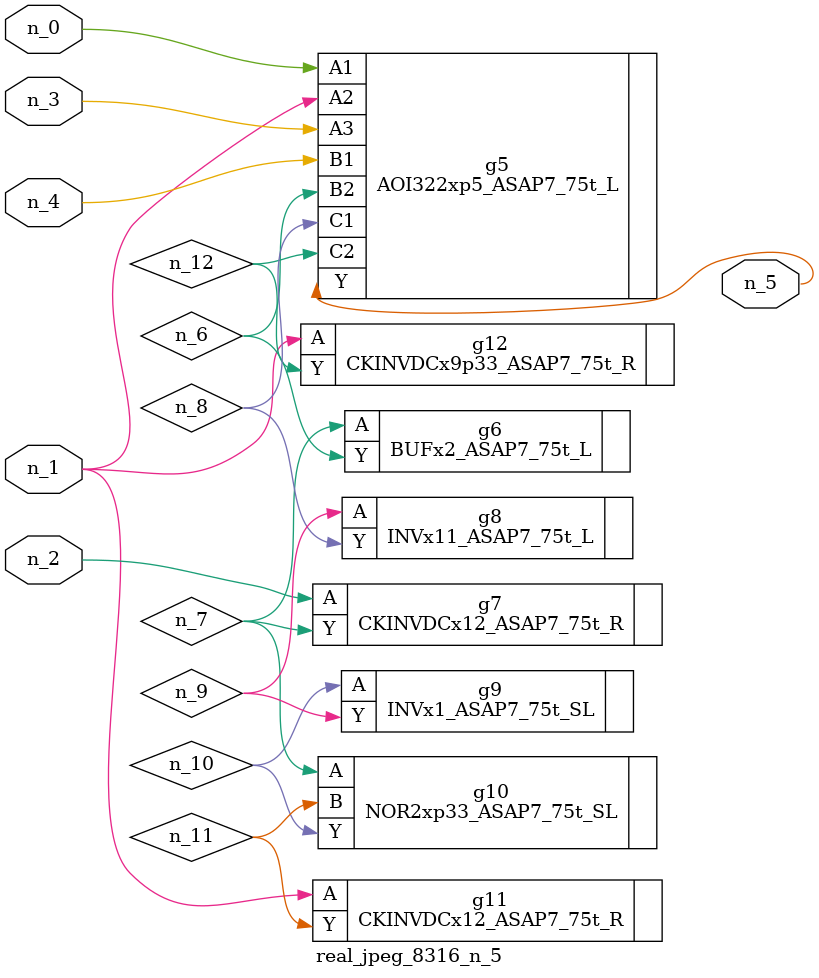
<source format=v>
module real_jpeg_8316_n_5 (n_4, n_0, n_1, n_2, n_3, n_5);

input n_4;
input n_0;
input n_1;
input n_2;
input n_3;

output n_5;

wire n_12;
wire n_8;
wire n_11;
wire n_6;
wire n_7;
wire n_10;
wire n_9;

AOI322xp5_ASAP7_75t_L g5 ( 
.A1(n_0),
.A2(n_1),
.A3(n_3),
.B1(n_4),
.B2(n_6),
.C1(n_8),
.C2(n_12),
.Y(n_5)
);

CKINVDCx12_ASAP7_75t_R g11 ( 
.A(n_1),
.Y(n_11)
);

CKINVDCx9p33_ASAP7_75t_R g12 ( 
.A(n_1),
.Y(n_12)
);

CKINVDCx12_ASAP7_75t_R g7 ( 
.A(n_2),
.Y(n_7)
);

BUFx2_ASAP7_75t_L g6 ( 
.A(n_7),
.Y(n_6)
);

NOR2xp33_ASAP7_75t_SL g10 ( 
.A(n_7),
.B(n_11),
.Y(n_10)
);

INVx11_ASAP7_75t_L g8 ( 
.A(n_9),
.Y(n_8)
);

INVx1_ASAP7_75t_SL g9 ( 
.A(n_10),
.Y(n_9)
);


endmodule
</source>
